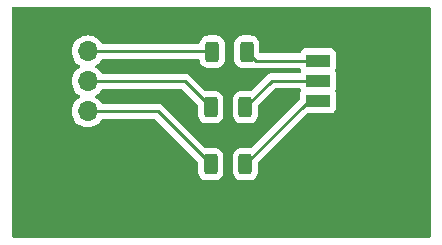
<source format=gbr>
%TF.GenerationSoftware,KiCad,Pcbnew,7.0.2*%
%TF.CreationDate,2023-09-14T18:59:31-07:00*%
%TF.ProjectId,RGB,5247422e-6b69-4636-9164-5f7063625858,rev?*%
%TF.SameCoordinates,Original*%
%TF.FileFunction,Copper,L1,Top*%
%TF.FilePolarity,Positive*%
%FSLAX46Y46*%
G04 Gerber Fmt 4.6, Leading zero omitted, Abs format (unit mm)*
G04 Created by KiCad (PCBNEW 7.0.2) date 2023-09-14 18:59:31*
%MOMM*%
%LPD*%
G01*
G04 APERTURE LIST*
G04 Aperture macros list*
%AMRoundRect*
0 Rectangle with rounded corners*
0 $1 Rounding radius*
0 $2 $3 $4 $5 $6 $7 $8 $9 X,Y pos of 4 corners*
0 Add a 4 corners polygon primitive as box body*
4,1,4,$2,$3,$4,$5,$6,$7,$8,$9,$2,$3,0*
0 Add four circle primitives for the rounded corners*
1,1,$1+$1,$2,$3*
1,1,$1+$1,$4,$5*
1,1,$1+$1,$6,$7*
1,1,$1+$1,$8,$9*
0 Add four rect primitives between the rounded corners*
20,1,$1+$1,$2,$3,$4,$5,0*
20,1,$1+$1,$4,$5,$6,$7,0*
20,1,$1+$1,$6,$7,$8,$9,0*
20,1,$1+$1,$8,$9,$2,$3,0*%
G04 Aperture macros list end*
%TA.AperFunction,SMDPad,CuDef*%
%ADD10R,2.000000X1.100000*%
%TD*%
%TA.AperFunction,ComponentPad*%
%ADD11R,1.700000X1.700000*%
%TD*%
%TA.AperFunction,ComponentPad*%
%ADD12O,1.700000X1.700000*%
%TD*%
%TA.AperFunction,SMDPad,CuDef*%
%ADD13RoundRect,0.250000X0.312500X0.625000X-0.312500X0.625000X-0.312500X-0.625000X0.312500X-0.625000X0*%
%TD*%
%TA.AperFunction,Conductor*%
%ADD14C,0.250000*%
%TD*%
G04 APERTURE END LIST*
D10*
%TO.P,J2,1,Pin_1*%
%TO.N,Net-(J2-Pin_1)*%
X121666000Y-87249000D03*
%TO.P,J2,2,Pin_2*%
%TO.N,Net-(J2-Pin_2)*%
X121666000Y-88949000D03*
%TO.P,J2,3,Pin_3*%
%TO.N,Net-(J2-Pin_3)*%
X121666000Y-90649000D03*
%TO.P,J2,4,Pin_4*%
%TO.N,GND*%
X126466000Y-90649000D03*
%TO.P,J2,5,Pin_5*%
X126466000Y-88949000D03*
%TO.P,J2,6,Pin_6*%
X126466000Y-87249000D03*
%TD*%
D11*
%TO.P,J3,1,Pin_1*%
%TO.N,GND*%
X102170835Y-94086950D03*
D12*
%TO.P,J3,2,Pin_2*%
%TO.N,Net-(J3-Pin_2)*%
X102170835Y-91546950D03*
%TO.P,J3,3,Pin_3*%
%TO.N,Net-(J3-Pin_3)*%
X102170835Y-89006950D03*
%TO.P,J3,4,Pin_4*%
%TO.N,Net-(J3-Pin_4)*%
X102170835Y-86466950D03*
%TD*%
D13*
%TO.P,R5,1*%
%TO.N,Net-(J2-Pin_2)*%
X115508500Y-91186000D03*
%TO.P,R5,2*%
%TO.N,Net-(J3-Pin_3)*%
X112583500Y-91186000D03*
%TD*%
%TO.P,R6,1*%
%TO.N,Net-(J2-Pin_3)*%
X115508500Y-96012000D03*
%TO.P,R6,2*%
%TO.N,Net-(J3-Pin_2)*%
X112583500Y-96012000D03*
%TD*%
%TO.P,R4,1*%
%TO.N,Net-(J2-Pin_1)*%
X115635500Y-86487000D03*
%TO.P,R4,2*%
%TO.N,Net-(J3-Pin_4)*%
X112710500Y-86487000D03*
%TD*%
D14*
%TO.N,Net-(J2-Pin_1)*%
X115635500Y-86487000D02*
X116397500Y-87249000D01*
X116397500Y-87249000D02*
X121666000Y-87249000D01*
%TO.N,Net-(J2-Pin_2)*%
X117745500Y-88949000D02*
X121666000Y-88949000D01*
X115508500Y-91186000D02*
X117745500Y-88949000D01*
%TO.N,Net-(J2-Pin_3)*%
X120871500Y-90649000D02*
X115508500Y-96012000D01*
X121666000Y-90649000D02*
X120871500Y-90649000D01*
%TO.N,Net-(J3-Pin_2)*%
X108118450Y-91546950D02*
X112583500Y-96012000D01*
X102170835Y-91546950D02*
X108118450Y-91546950D01*
%TO.N,Net-(J3-Pin_3)*%
X102170835Y-89006950D02*
X110404450Y-89006950D01*
X110404450Y-89006950D02*
X112583500Y-91186000D01*
%TO.N,Net-(J3-Pin_4)*%
X112690450Y-86466950D02*
X112710500Y-86487000D01*
X102170835Y-86466950D02*
X112690450Y-86466950D01*
%TD*%
%TA.AperFunction,Conductor*%
%TO.N,GND*%
G36*
X131133539Y-82697185D02*
G01*
X131179294Y-82749989D01*
X131190500Y-82801500D01*
X131190500Y-102110500D01*
X131170815Y-102177539D01*
X131118011Y-102223294D01*
X131066500Y-102234500D01*
X95882500Y-102234500D01*
X95815461Y-102214815D01*
X95769706Y-102162011D01*
X95758500Y-102110500D01*
X95758500Y-91546949D01*
X100815175Y-91546949D01*
X100835771Y-91782357D01*
X100856002Y-91857858D01*
X100896932Y-92010613D01*
X100996800Y-92224780D01*
X101132340Y-92418351D01*
X101299434Y-92585445D01*
X101493005Y-92720985D01*
X101707172Y-92820853D01*
X101935427Y-92882013D01*
X102170835Y-92902609D01*
X102406243Y-92882013D01*
X102634498Y-92820853D01*
X102848665Y-92720985D01*
X103042236Y-92585445D01*
X103209330Y-92418351D01*
X103344488Y-92225324D01*
X103399064Y-92181702D01*
X103446062Y-92172450D01*
X107807998Y-92172450D01*
X107875037Y-92192135D01*
X107895679Y-92208769D01*
X111484181Y-95797272D01*
X111517666Y-95858595D01*
X111520500Y-95884953D01*
X111520500Y-96683858D01*
X111520500Y-96683877D01*
X111520501Y-96687008D01*
X111520820Y-96690140D01*
X111520821Y-96690141D01*
X111531000Y-96789796D01*
X111586186Y-96956334D01*
X111678288Y-97105657D01*
X111802342Y-97229711D01*
X111802344Y-97229712D01*
X111951666Y-97321814D01*
X112063017Y-97358712D01*
X112118202Y-97376999D01*
X112217858Y-97387180D01*
X112217859Y-97387180D01*
X112220991Y-97387500D01*
X112946008Y-97387499D01*
X113048797Y-97376999D01*
X113215334Y-97321814D01*
X113364656Y-97229712D01*
X113488712Y-97105656D01*
X113580814Y-96956334D01*
X113635999Y-96789797D01*
X113646500Y-96687009D01*
X113646500Y-96683878D01*
X114445500Y-96683878D01*
X114445501Y-96687008D01*
X114445820Y-96690140D01*
X114445821Y-96690141D01*
X114456000Y-96789796D01*
X114511186Y-96956334D01*
X114603288Y-97105657D01*
X114727342Y-97229711D01*
X114727344Y-97229712D01*
X114876666Y-97321814D01*
X114988017Y-97358712D01*
X115043202Y-97376999D01*
X115142858Y-97387180D01*
X115142859Y-97387180D01*
X115145991Y-97387500D01*
X115871008Y-97387499D01*
X115973797Y-97376999D01*
X116140334Y-97321814D01*
X116289656Y-97229712D01*
X116413712Y-97105656D01*
X116505814Y-96956334D01*
X116560999Y-96789797D01*
X116571500Y-96687009D01*
X116571499Y-95884950D01*
X116591183Y-95817912D01*
X116607813Y-95797275D01*
X120669271Y-91735818D01*
X120730594Y-91702333D01*
X120756952Y-91699499D01*
X122710561Y-91699499D01*
X122713872Y-91699499D01*
X122773483Y-91693091D01*
X122908331Y-91642796D01*
X123023546Y-91556546D01*
X123109796Y-91441331D01*
X123160091Y-91306483D01*
X123166500Y-91246873D01*
X123166499Y-90051128D01*
X123160091Y-89991517D01*
X123109796Y-89856669D01*
X123109793Y-89856665D01*
X123104448Y-89842334D01*
X123099464Y-89772642D01*
X123104448Y-89755666D01*
X123109793Y-89741334D01*
X123109796Y-89741331D01*
X123160091Y-89606483D01*
X123166500Y-89546873D01*
X123166499Y-88351128D01*
X123160091Y-88291517D01*
X123109796Y-88156669D01*
X123109793Y-88156665D01*
X123104448Y-88142334D01*
X123099464Y-88072642D01*
X123104448Y-88055666D01*
X123109793Y-88041334D01*
X123109796Y-88041331D01*
X123160091Y-87906483D01*
X123166500Y-87846873D01*
X123166499Y-86651128D01*
X123160091Y-86591517D01*
X123109796Y-86456669D01*
X123023546Y-86341454D01*
X122908331Y-86255204D01*
X122773483Y-86204909D01*
X122713873Y-86198500D01*
X122710550Y-86198500D01*
X120621439Y-86198500D01*
X120621420Y-86198500D01*
X120618128Y-86198501D01*
X120614848Y-86198853D01*
X120614840Y-86198854D01*
X120558515Y-86204909D01*
X120423669Y-86255204D01*
X120308454Y-86341454D01*
X120222204Y-86456669D01*
X120190067Y-86542833D01*
X120148196Y-86598767D01*
X120082731Y-86623184D01*
X120073885Y-86623500D01*
X116822500Y-86623500D01*
X116755461Y-86603815D01*
X116709706Y-86551011D01*
X116698500Y-86499500D01*
X116698499Y-85815141D01*
X116698499Y-85815139D01*
X116698499Y-85811992D01*
X116687999Y-85709203D01*
X116632814Y-85542666D01*
X116540712Y-85393344D01*
X116540711Y-85393342D01*
X116416657Y-85269288D01*
X116267334Y-85177186D01*
X116100797Y-85122000D01*
X116001141Y-85111819D01*
X116001122Y-85111818D01*
X115998009Y-85111500D01*
X115994860Y-85111500D01*
X115276141Y-85111500D01*
X115276121Y-85111500D01*
X115272992Y-85111501D01*
X115269860Y-85111820D01*
X115269858Y-85111821D01*
X115170203Y-85122000D01*
X115003665Y-85177186D01*
X114854342Y-85269288D01*
X114730288Y-85393342D01*
X114638186Y-85542665D01*
X114583000Y-85709202D01*
X114572819Y-85808858D01*
X114572817Y-85808878D01*
X114572500Y-85811991D01*
X114572500Y-85815138D01*
X114572500Y-85815139D01*
X114572500Y-87158859D01*
X114572500Y-87158878D01*
X114572501Y-87162008D01*
X114572820Y-87165140D01*
X114572821Y-87165141D01*
X114583000Y-87264796D01*
X114638186Y-87431334D01*
X114730288Y-87580657D01*
X114854342Y-87704711D01*
X114854344Y-87704712D01*
X115003666Y-87796814D01*
X115079084Y-87821805D01*
X115170202Y-87851999D01*
X115269858Y-87862180D01*
X115269859Y-87862180D01*
X115272991Y-87862500D01*
X115998008Y-87862499D01*
X116100797Y-87851999D01*
X116121151Y-87845253D01*
X116190976Y-87842850D01*
X116209394Y-87849153D01*
X116221605Y-87854438D01*
X116264754Y-87861271D01*
X116276180Y-87863638D01*
X116291722Y-87867629D01*
X116318480Y-87874500D01*
X116318481Y-87874500D01*
X116338516Y-87874500D01*
X116357913Y-87876026D01*
X116377696Y-87879160D01*
X116421174Y-87875050D01*
X116432844Y-87874500D01*
X120073885Y-87874500D01*
X120140924Y-87894185D01*
X120186679Y-87946989D01*
X120190067Y-87955167D01*
X120227551Y-88055667D01*
X120232535Y-88125359D01*
X120227551Y-88142333D01*
X120190067Y-88242833D01*
X120148196Y-88298767D01*
X120082732Y-88323184D01*
X120073885Y-88323500D01*
X117828244Y-88323500D01*
X117807736Y-88321235D01*
X117737613Y-88323439D01*
X117733719Y-88323500D01*
X117706150Y-88323500D01*
X117702294Y-88323986D01*
X117702291Y-88323987D01*
X117702235Y-88323994D01*
X117702162Y-88324003D01*
X117690543Y-88324917D01*
X117646872Y-88326289D01*
X117627628Y-88331880D01*
X117608584Y-88335824D01*
X117588708Y-88338335D01*
X117548100Y-88354413D01*
X117537054Y-88358194D01*
X117524768Y-88361765D01*
X117495107Y-88370383D01*
X117477865Y-88380579D01*
X117460404Y-88389133D01*
X117441767Y-88396512D01*
X117406431Y-88422185D01*
X117396674Y-88428595D01*
X117359080Y-88450829D01*
X117344913Y-88464996D01*
X117330124Y-88477626D01*
X117313913Y-88489404D01*
X117286072Y-88523058D01*
X117278211Y-88531697D01*
X116029172Y-89780736D01*
X115967849Y-89814221D01*
X115928889Y-89816413D01*
X115874141Y-89810819D01*
X115874122Y-89810818D01*
X115871009Y-89810500D01*
X115867860Y-89810500D01*
X115149141Y-89810500D01*
X115149121Y-89810500D01*
X115145992Y-89810501D01*
X115142860Y-89810820D01*
X115142858Y-89810821D01*
X115043203Y-89821000D01*
X114876665Y-89876186D01*
X114727342Y-89968288D01*
X114603288Y-90092342D01*
X114511186Y-90241665D01*
X114456000Y-90408202D01*
X114445819Y-90507858D01*
X114445817Y-90507878D01*
X114445500Y-90510991D01*
X114445500Y-90514138D01*
X114445500Y-90514139D01*
X114445500Y-91857859D01*
X114445500Y-91857878D01*
X114445501Y-91861008D01*
X114445820Y-91864140D01*
X114445821Y-91864141D01*
X114456000Y-91963796D01*
X114511186Y-92130334D01*
X114603288Y-92279657D01*
X114727342Y-92403711D01*
X114783895Y-92438592D01*
X114876666Y-92495814D01*
X114988017Y-92532712D01*
X115043202Y-92550999D01*
X115142858Y-92561180D01*
X115142859Y-92561180D01*
X115145991Y-92561500D01*
X115871008Y-92561499D01*
X115973797Y-92550999D01*
X116140334Y-92495814D01*
X116289656Y-92403712D01*
X116413712Y-92279656D01*
X116505814Y-92130334D01*
X116560999Y-91963797D01*
X116571500Y-91861009D01*
X116571499Y-91058950D01*
X116591183Y-90991912D01*
X116607813Y-90971275D01*
X117968270Y-89610819D01*
X118029594Y-89577334D01*
X118055952Y-89574500D01*
X120073885Y-89574500D01*
X120140924Y-89594185D01*
X120186679Y-89646989D01*
X120190067Y-89655167D01*
X120227551Y-89755666D01*
X120232535Y-89825357D01*
X120227551Y-89842332D01*
X120171909Y-89991514D01*
X120171909Y-89991517D01*
X120165500Y-90051127D01*
X120165500Y-90054449D01*
X120165500Y-90419046D01*
X120145815Y-90486085D01*
X120129181Y-90506727D01*
X116029172Y-94606735D01*
X115967849Y-94640220D01*
X115928891Y-94642412D01*
X115874146Y-94636820D01*
X115874136Y-94636819D01*
X115871009Y-94636500D01*
X115867860Y-94636500D01*
X115149141Y-94636500D01*
X115149121Y-94636500D01*
X115145992Y-94636501D01*
X115142860Y-94636820D01*
X115142858Y-94636821D01*
X115043203Y-94647000D01*
X114876665Y-94702186D01*
X114727342Y-94794288D01*
X114603288Y-94918342D01*
X114511186Y-95067665D01*
X114456000Y-95234202D01*
X114445819Y-95333858D01*
X114445817Y-95333878D01*
X114445500Y-95336991D01*
X114445500Y-95340138D01*
X114445500Y-95340139D01*
X114445500Y-96683859D01*
X114445500Y-96683878D01*
X113646500Y-96683878D01*
X113646499Y-95336992D01*
X113635999Y-95234203D01*
X113580814Y-95067666D01*
X113488712Y-94918344D01*
X113488711Y-94918342D01*
X113364657Y-94794288D01*
X113215334Y-94702186D01*
X113048797Y-94647000D01*
X112949141Y-94636819D01*
X112949122Y-94636818D01*
X112946009Y-94636500D01*
X112942860Y-94636500D01*
X112224141Y-94636500D01*
X112224121Y-94636500D01*
X112220992Y-94636501D01*
X112217865Y-94636820D01*
X112217853Y-94636821D01*
X112163107Y-94642413D01*
X112094415Y-94629642D01*
X112062827Y-94606736D01*
X108619252Y-91163161D01*
X108606356Y-91147063D01*
X108555225Y-91099048D01*
X108552428Y-91096337D01*
X108535677Y-91079586D01*
X108532921Y-91076830D01*
X108529740Y-91074362D01*
X108520872Y-91066787D01*
X108489032Y-91036888D01*
X108471474Y-91027235D01*
X108455214Y-91016554D01*
X108439386Y-91004277D01*
X108399301Y-90986930D01*
X108388811Y-90981791D01*
X108350541Y-90960752D01*
X108331141Y-90955771D01*
X108312734Y-90949469D01*
X108294347Y-90941512D01*
X108251208Y-90934679D01*
X108239774Y-90932311D01*
X108197469Y-90921450D01*
X108177434Y-90921450D01*
X108158036Y-90919923D01*
X108150612Y-90918747D01*
X108138255Y-90916790D01*
X108138254Y-90916790D01*
X108105201Y-90919914D01*
X108094775Y-90920900D01*
X108083106Y-90921450D01*
X103446061Y-90921450D01*
X103379022Y-90901765D01*
X103344486Y-90868573D01*
X103209329Y-90675548D01*
X103042236Y-90508455D01*
X102987899Y-90470408D01*
X102856674Y-90378523D01*
X102813051Y-90323948D01*
X102805857Y-90254450D01*
X102837380Y-90192095D01*
X102856672Y-90175378D01*
X103042236Y-90045445D01*
X103209330Y-89878351D01*
X103344488Y-89685324D01*
X103399064Y-89641702D01*
X103446062Y-89632450D01*
X110093998Y-89632450D01*
X110161037Y-89652135D01*
X110181679Y-89668769D01*
X111484181Y-90971272D01*
X111517666Y-91032595D01*
X111520500Y-91058953D01*
X111520500Y-91857858D01*
X111520500Y-91857877D01*
X111520501Y-91861008D01*
X111520820Y-91864140D01*
X111520821Y-91864141D01*
X111531000Y-91963796D01*
X111586186Y-92130334D01*
X111678288Y-92279657D01*
X111802342Y-92403711D01*
X111858895Y-92438592D01*
X111951666Y-92495814D01*
X112063017Y-92532712D01*
X112118202Y-92550999D01*
X112217858Y-92561180D01*
X112217859Y-92561180D01*
X112220991Y-92561500D01*
X112946008Y-92561499D01*
X113048797Y-92550999D01*
X113215334Y-92495814D01*
X113364656Y-92403712D01*
X113488712Y-92279656D01*
X113580814Y-92130334D01*
X113635999Y-91963797D01*
X113646500Y-91861009D01*
X113646499Y-90510992D01*
X113635999Y-90408203D01*
X113580814Y-90241666D01*
X113488712Y-90092344D01*
X113488711Y-90092342D01*
X113364657Y-89968288D01*
X113215334Y-89876186D01*
X113048797Y-89821000D01*
X112949141Y-89810819D01*
X112949122Y-89810818D01*
X112946009Y-89810500D01*
X112942860Y-89810500D01*
X112224141Y-89810500D01*
X112224121Y-89810500D01*
X112220992Y-89810501D01*
X112217865Y-89810820D01*
X112217853Y-89810821D01*
X112163106Y-89816413D01*
X112094414Y-89803642D01*
X112062826Y-89780736D01*
X110905252Y-88623161D01*
X110892356Y-88607063D01*
X110841225Y-88559048D01*
X110838428Y-88556337D01*
X110821677Y-88539586D01*
X110818921Y-88536830D01*
X110815740Y-88534362D01*
X110806872Y-88526787D01*
X110775032Y-88496888D01*
X110757474Y-88487235D01*
X110741214Y-88476554D01*
X110725386Y-88464277D01*
X110685301Y-88446930D01*
X110674811Y-88441791D01*
X110636541Y-88420752D01*
X110617141Y-88415771D01*
X110598734Y-88409469D01*
X110580347Y-88401512D01*
X110537208Y-88394679D01*
X110525774Y-88392311D01*
X110483469Y-88381450D01*
X110463434Y-88381450D01*
X110444036Y-88379923D01*
X110436612Y-88378747D01*
X110424255Y-88376790D01*
X110424254Y-88376790D01*
X110391201Y-88379914D01*
X110380775Y-88380900D01*
X110369106Y-88381450D01*
X103446061Y-88381450D01*
X103379022Y-88361765D01*
X103344486Y-88328573D01*
X103209330Y-88135549D01*
X103042236Y-87968455D01*
X102856674Y-87838523D01*
X102813051Y-87783948D01*
X102805857Y-87714450D01*
X102837380Y-87652095D01*
X102856672Y-87635378D01*
X103042236Y-87505445D01*
X103209330Y-87338351D01*
X103344488Y-87145324D01*
X103399064Y-87101702D01*
X103446062Y-87092450D01*
X111528417Y-87092450D01*
X111595456Y-87112135D01*
X111641211Y-87164939D01*
X111651775Y-87203849D01*
X111658000Y-87264796D01*
X111713186Y-87431334D01*
X111805288Y-87580657D01*
X111929342Y-87704711D01*
X111929344Y-87704712D01*
X112078666Y-87796814D01*
X112154084Y-87821805D01*
X112245202Y-87851999D01*
X112344858Y-87862180D01*
X112344859Y-87862180D01*
X112347991Y-87862500D01*
X113073008Y-87862499D01*
X113175797Y-87851999D01*
X113342334Y-87796814D01*
X113491656Y-87704712D01*
X113615712Y-87580656D01*
X113707814Y-87431334D01*
X113762999Y-87264797D01*
X113773500Y-87162009D01*
X113773499Y-85811992D01*
X113762999Y-85709203D01*
X113707814Y-85542666D01*
X113615712Y-85393344D01*
X113615711Y-85393342D01*
X113491657Y-85269288D01*
X113342334Y-85177186D01*
X113175797Y-85122000D01*
X113076141Y-85111819D01*
X113076122Y-85111818D01*
X113073009Y-85111500D01*
X113069860Y-85111500D01*
X112351141Y-85111500D01*
X112351121Y-85111500D01*
X112347992Y-85111501D01*
X112344860Y-85111820D01*
X112344858Y-85111821D01*
X112245203Y-85122000D01*
X112078665Y-85177186D01*
X111929342Y-85269288D01*
X111805288Y-85393342D01*
X111713186Y-85542665D01*
X111658000Y-85709203D01*
X111655871Y-85730051D01*
X111629476Y-85794743D01*
X111572295Y-85834895D01*
X111532513Y-85841450D01*
X103446061Y-85841450D01*
X103379022Y-85821765D01*
X103344486Y-85788573D01*
X103209329Y-85595548D01*
X103042239Y-85428458D01*
X103042236Y-85428455D01*
X102848665Y-85292915D01*
X102634498Y-85193047D01*
X102573337Y-85176659D01*
X102406242Y-85131886D01*
X102170835Y-85111290D01*
X101935427Y-85131886D01*
X101707171Y-85193047D01*
X101493005Y-85292915D01*
X101299433Y-85428455D01*
X101132340Y-85595548D01*
X100996800Y-85789120D01*
X100896932Y-86003286D01*
X100835771Y-86231542D01*
X100815175Y-86466949D01*
X100835771Y-86702357D01*
X100880544Y-86869452D01*
X100896932Y-86930613D01*
X100996800Y-87144780D01*
X101132340Y-87338351D01*
X101299434Y-87505445D01*
X101484995Y-87635376D01*
X101528618Y-87689952D01*
X101535811Y-87759451D01*
X101504289Y-87821805D01*
X101484993Y-87838525D01*
X101318412Y-87955167D01*
X101299430Y-87968458D01*
X101132340Y-88135548D01*
X100996800Y-88329120D01*
X100896932Y-88543286D01*
X100835771Y-88771542D01*
X100815175Y-89006950D01*
X100835771Y-89242357D01*
X100880544Y-89409452D01*
X100896932Y-89470613D01*
X100996800Y-89684780D01*
X101132340Y-89878351D01*
X101299434Y-90045445D01*
X101484995Y-90175376D01*
X101528618Y-90229952D01*
X101535811Y-90299451D01*
X101504289Y-90361805D01*
X101484994Y-90378525D01*
X101299430Y-90508458D01*
X101132340Y-90675548D01*
X100996800Y-90869120D01*
X100896932Y-91083286D01*
X100835771Y-91311542D01*
X100815175Y-91546949D01*
X95758500Y-91546949D01*
X95758500Y-82801500D01*
X95778185Y-82734461D01*
X95830989Y-82688706D01*
X95882500Y-82677500D01*
X131066500Y-82677500D01*
X131133539Y-82697185D01*
G37*
%TD.AperFunction*%
%TD*%
M02*

</source>
